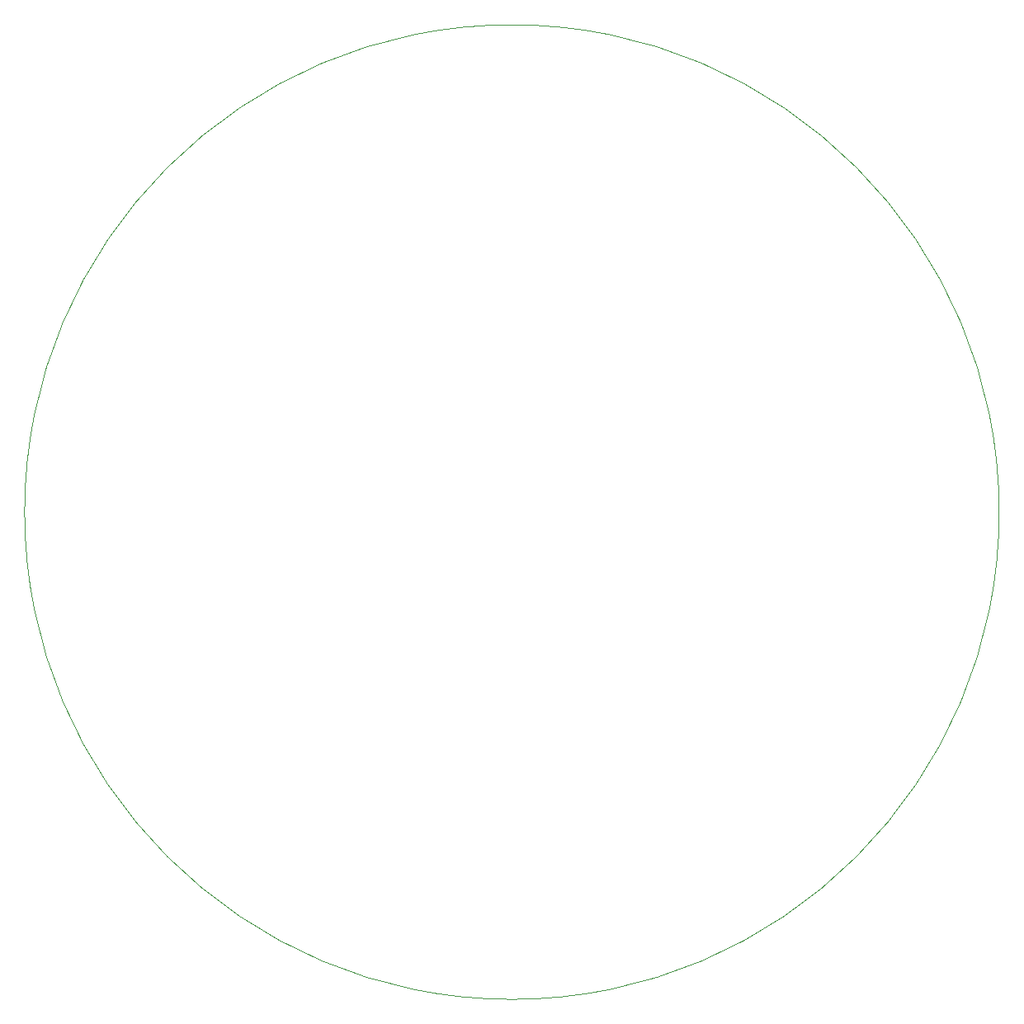
<source format=gbr>
G04 #@! TF.GenerationSoftware,KiCad,Pcbnew,(5.1.5-0-10_14)*
G04 #@! TF.CreationDate,2020-09-03T18:46:33+03:00*
G04 #@! TF.ProjectId,main,6d61696e-2e6b-4696-9361-645f70636258,rev?*
G04 #@! TF.SameCoordinates,Original*
G04 #@! TF.FileFunction,Profile,NP*
%FSLAX46Y46*%
G04 Gerber Fmt 4.6, Leading zero omitted, Abs format (unit mm)*
G04 Created by KiCad (PCBNEW (5.1.5-0-10_14)) date 2020-09-03 18:46:33*
%MOMM*%
%LPD*%
G04 APERTURE LIST*
%ADD10C,0.050000*%
G04 APERTURE END LIST*
D10*
X200000000Y-100000000D02*
G75*
G03X200000000Y-100000000I-50000000J0D01*
G01*
M02*

</source>
